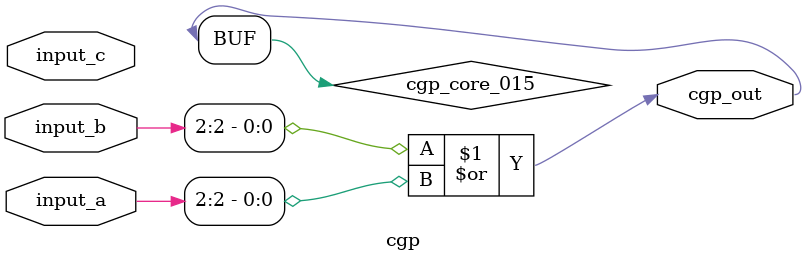
<source format=v>
module cgp(input [2:0] input_a, input [2:0] input_b, input [2:0] input_c, output [0:0] cgp_out);
  wire cgp_core_015;
  wire cgp_core_017;
  wire cgp_core_018;
  wire cgp_core_019;
  wire cgp_core_025;
  wire cgp_core_026;
  wire cgp_core_029;
  wire cgp_core_030;
  wire cgp_core_032;
  wire cgp_core_035;
  wire cgp_core_037;
  wire cgp_core_038_not;
  wire cgp_core_039;
  wire cgp_core_040;
  wire cgp_core_041;

  assign cgp_core_015 = input_b[2] | input_a[2];
  assign cgp_core_017 = ~(input_c[0] ^ input_c[1]);
  assign cgp_core_018 = input_b[1] & input_c[2];
  assign cgp_core_019 = ~input_b[0];
  assign cgp_core_025 = input_b[1] & input_c[2];
  assign cgp_core_026 = ~(input_b[2] | input_b[2]);
  assign cgp_core_029 = ~(input_b[1] ^ input_c[1]);
  assign cgp_core_030 = ~(input_a[0] & input_c[0]);
  assign cgp_core_032 = ~input_c[0];
  assign cgp_core_035 = ~(input_a[0] ^ input_b[0]);
  assign cgp_core_037 = input_b[1] | input_a[2];
  assign cgp_core_038_not = ~input_c[0];
  assign cgp_core_039 = input_b[2] ^ input_b[0];
  assign cgp_core_040 = ~input_b[2];
  assign cgp_core_041 = input_a[1] ^ input_a[0];

  assign cgp_out[0] = cgp_core_015;
endmodule
</source>
